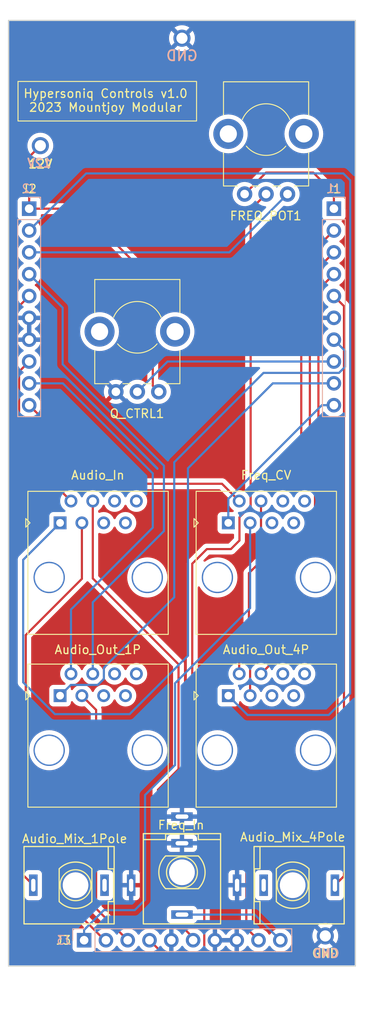
<source format=kicad_pcb>
(kicad_pcb (version 20221018) (generator pcbnew)
  (layers (0 "F.Cu" signal) (31 "B.Cu" signal) (34 "B.Paste" user) (35 "F.Paste" user) (36 "B.SilkS" user "B.Silkscreen") (37 "F.SilkS" user "F.Silkscreen") (38 "B.Mask" user) (39 "F.Mask" user) (44 "Edge.Cuts" user))
  (net 0 "")
  (net 1 "GND")
  (net 2 "/FREQ_POT")
  (net 3 "/FREQ_POT_VH")
  (net 4 "/FREQ_POT_VL")
  (net 5 "/4POLE_OUT2")
  (net 6 "/4POLE_OUT3")
  (net 7 "/4POLE_OUT4")
  (net 8 "/AUDIO_IN1")
  (net 9 "/AUDIO_MIX_4POLE")
  (net 10 "/1POLE_OUT1")
  (net 11 "/FREQ_CV1")
  (net 12 "/FREQ_JACK")
  (net 13 "/4POLE_OUT1")
  (net 14 "/AUDIO_IN2")
  (net 15 "/1POLE_OUT4")
  (net 16 "/AUDIO_MIX_1POLE")
  (net 17 "/Q_POT")
  (net 18 "/AUDIO_IN4")
  (net 19 "/1POLE_OUT2")
  (net 20 "/FREQ_CV2")
  (net 21 "/AUDIO_IN3")
  (net 22 "/FREQ_CV3")
  (net 40 "+12V")
  (net 41 "/1POLE_OUT3")
  (net 42 "/FREQ_CV4")
  (footprint "Custom_Footprints:1.3mm_Test_Point" (layer "F.Cu") (at 70.2 42.97)
    (fp_text reference "TP3" hide)
    (fp_text value "TestPoint")
    (pad "1" thru_hole circle (at 0 0) (size 2 2) (drill 1.3) (layers "*.Cu" "*.Mask") (net 1 "GND"))
  )
  (footprint "Custom_Footprints:THONKICONN_hole" (layer "F.Cu") (at 70.2 140 180)
    (fp_text reference "J11" hide)
    (fp_text value "Freq_In" (at 0.1 5.5 180) (layer "F.SilkS"))
    (fp_line (start -4.5 -6) (end -4.5 4.5) (stroke (width 0.15)) (layer "F.SilkS"))
    (fp_line (start -4.5 -6) (end 4.5 -6) (stroke (width 0.15)) (layer "F.SilkS"))
    (fp_line (start -4.5 4.5) (end 4.5 4.5) (stroke (width 0.15)) (layer "F.SilkS"))
    (fp_line (start -4.445 3.81) (end -1.905 3.81) (stroke (width 0.15)) (layer "F.SilkS"))
    (fp_line (start -1.905 -1.905) (end 1.905 -1.905) (stroke (width 0.15)) (layer "F.SilkS"))
    (fp_line (start -1.905 3.81) (end -1.905 4.445) (stroke (width 0.15)) (layer "F.SilkS"))
    (fp_line (start -1.905 4.445) (end 1.905 4.445) (stroke (width 0.15)) (layer "F.SilkS"))
    (fp_line (start 1.905 1.905) (end -1.905 1.905) (stroke (width 0.15)) (layer "F.SilkS"))
    (fp_line (start 1.905 3.81) (end 4.445 3.81) (stroke (width 0.15)) (layer "F.SilkS"))
    (fp_line (start 1.905 4.445) (end 1.905 3.81) (stroke (width 0.15)) (layer "F.SilkS"))
    (fp_line (start 4.5 -6) (end 4.5 4.5) (stroke (width 0.15)) (layer "F.SilkS"))
    (fp_arc (start -1.905 1.905) (mid -2.694077 0) (end -1.905 -1.905) (stroke (width 0.15)) (layer "F.SilkS"))
    (fp_arc (start 1.905 -1.905) (mid 2.694077 0) (end 1.905 1.905) (stroke (width 0.15)) (layer "F.SilkS"))
    (fp_circle (center 0 0) (end 1.27 1.27) (stroke (width 0.15)) (fill none) (layer "F.SilkS"))
    (pad "" np_thru_hole circle (at 0 0 180) (size 2.5 2.5) (drill 2.5) (layers "*.Cu" "*.Mask"))
    (pad "1" thru_hole rect (at 0 6.48 180) (size 2.5 1) (drill oval 1.5 0.5) (layers "*.Cu" "*.Mask") (net 1 "GND"))
    (pad "2" thru_hole rect (at 0 3.38 180) (size 2.5 1) (drill oval 1.5 0.5) (layers "*.Cu" "*.Mask") (net 1 "GND"))
    (pad "3" thru_hole rect (at 0 -4.92 180) (size 2.5 1) (drill oval 1.5 0.5) (layers "*.Cu" "*.Mask") (net 12 "/FREQ_JACK"))
  )
  (footprint "Custom_Footprints:Alpha_9mm_Potentiometer_Aligned" (layer "F.Cu") (at 65 76.6)
    (fp_text reference "Q_CTRL1" (at -0.04 10.04) (layer "F.SilkS"))
    (fp_text value "10k")
    (fp_line (start -4.961 -5.56) (end 4.96 -5.56) (stroke (width 0.12)) (layer "F.SilkS"))
    (fp_line (start -4.961 -1.695) (end -4.961 -5.56) (stroke (width 0.12)) (layer "F.SilkS"))
    (fp_line (start -4.961 6.56) (end -4.961 2.694) (stroke (width 0.12)) (layer "F.SilkS"))
    (fp_line (start -4.961 6.56) (end -3.325 6.56) (stroke (width 0.12)) (layer "F.SilkS"))
    (fp_line (start -1.675 6.56) (end -0.825 6.56) (stroke (width 0.12)) (layer "F.SilkS"))
    (fp_line (start 0.825 6.56) (end 1.675 6.56) (stroke (width 0.12)) (layer "F.SilkS"))
    (fp_line (start 3.325 6.56) (end 4.96 6.56) (stroke (width 0.12)) (layer "F.SilkS"))
    (fp_line (start 4.96 -1.695) (end 4.96 -5.56) (stroke (width 0.12)) (layer "F.SilkS"))
    (fp_line (start 4.96 6.56) (end 4.96 2.694) (stroke (width 0.12)) (layer "F.SilkS"))
    (fp_arc (start -2.762432 -1.171982) (mid -0.000553 -3.000762) (end 2.762 -1.173) (stroke (width 0.12)) (layer "F.SilkS"))
    (fp_arc (start 2.297753 1.928295) (mid -0.000192 2.999665) (end -2.298 1.928) (stroke (width 0.12)) (layer "F.SilkS"))
    (pad "" np_thru_hole circle (at -4.4 0.5 90) (size 3.5 3.5) (drill 2) (layers "F&B.Cu" "*.Mask"))
    (pad "" np_thru_hole circle (at 4.4 0.5 90) (size 3.5 3.5) (drill 2) (layers "F&B.Cu" "*.Mask"))
    (pad "1" thru_hole circle (at 2.5 7.5 90) (size 1.8 1.8) (drill 1) (layers "*.Cu" "*.Mask") (net 40 "+12V"))
    (pad "2" thru_hole circle (at 0 7.5 90) (size 1.8 1.8) (drill 1) (layers "*.Cu" "*.Mask") (net 17 "/Q_POT"))
    (pad "3" thru_hole circle (at -2.5 7.5 90) (size 1.8 1.8) (drill 1) (layers "*.Cu" "*.Mask") (net 1 "GND"))
  )
  (footprint "Custom_Footprints:1.3mm_Test_Point" (layer "F.Cu") (at 86.9 147.4)
    (fp_text reference "TP4" hide)
    (fp_text value "TestPoint")
    (pad "1" thru_hole circle (at 0 0) (size 2 2) (drill 1.3) (layers "*.Cu" "*.Mask") (net 1 "GND"))
  )
  (footprint "Custom_Footprints:THONKICONN_hole" (layer "F.Cu") (at 83.1 141.5 -90)
    (fp_text reference "J12" hide)
    (fp_text value "Audio_Mix_4Pole" (at -5.6 0) (layer "F.SilkS"))
    (fp_line (start -4.5 -6) (end -4.5 4.5) (stroke (width 0.15)) (layer "F.SilkS"))
    (fp_line (start -4.5 -6) (end 4.5 -6) (stroke (width 0.15)) (layer "F.SilkS"))
    (fp_line (start -4.5 4.5) (end 4.5 4.5) (stroke (width 0.15)) (layer "F.SilkS"))
    (fp_line (start -4.445 3.81) (end -1.905 3.81) (stroke (width 0.15)) (layer "F.SilkS"))
    (fp_line (start -1.905 -1.905) (end 1.905 -1.905) (stroke (width 0.15)) (layer "F.SilkS"))
    (fp_line (start -1.905 3.81) (end -1.905 4.445) (stroke (width 0.15)) (layer "F.SilkS"))
    (fp_line (start -1.905 4.445) (end 1.905 4.445) (stroke (width 0.15)) (layer "F.SilkS"))
    (fp_line (start 1.905 1.905) (end -1.905 1.905) (stroke (width 0.15)) (layer "F.SilkS"))
    (fp_line (start 1.905 3.81) (end 4.445 3.81) (stroke (width 0.15)) (layer "F.SilkS"))
    (fp_line (start 1.905 4.445) (end 1.905 3.81) (stroke (width 0.15)) (layer "F.SilkS"))
    (fp_line (start 4.5 -6) (end 4.5 4.5) (stroke (width 0.15)) (layer "F.SilkS"))
    (fp_arc (start -1.905 1.905) (mid -2.694077 0) (end -1.905 -1.905) (stroke (width 0.15)) (layer "F.SilkS"))
    (fp_arc (start 1.905 -1.905) (mid 2.694077 0) (end 1.905 1.905) (stroke (width 0.15)) (layer "F.SilkS"))
    (fp_circle (center 0 0) (end 1.27 1.27) (stroke (width 0.15)) (fill none) (layer "F.SilkS"))
    (pad "" np_thru_hole circle (at 0 0 270) (size 2.5 2.5) (drill 2.5) (layers "*.Cu" "*.Mask"))
    (pad "1" thru_hole rect (at 0 6.48 270) (size 2.5 1) (drill oval 1.5 0.5) (layers "*.Cu" "*.Mask") (net 1 "GND"))
    (pad "2" thru_hole rect (at 0 3.38 270) (size 2.5 1) (drill oval 1.5 0.5) (layers "*.Cu" "*.Mask"))
    (pad "3" thru_hole rect (at 0 -4.92 270) (size 2.5 1) (drill oval 1.5 0.5) (layers "*.Cu" "*.Mask") (net 9 "/AUDIO_MIX_4POLE"))
  )
  (footprint "Custom_Footprints:THONKICONN_hole" (layer "F.Cu") (at 57.8 141.5 90)
    (fp_text reference "J6" hide)
    (fp_text value "Audio_Mix_1Pole" (at 5.4 -0.1) (layer "F.SilkS"))
    (fp_line (start -4.5 -6) (end -4.5 4.5) (stroke (width 0.15)) (layer "F.SilkS"))
    (fp_line (start -4.5 -6) (end 4.5 -6) (stroke (width 0.15)) (layer "F.SilkS"))
    (fp_line (start -4.5 4.5) (end 4.5 4.5) (stroke (width 0.15)) (layer "F.SilkS"))
    (fp_line (start -4.445 3.81) (end -1.905 3.81) (stroke (width 0.15)) (layer "F.SilkS"))
    (fp_line (start -1.905 -1.905) (end 1.905 -1.905) (stroke (width 0.15)) (layer "F.SilkS"))
    (fp_line (start -1.905 3.81) (end -1.905 4.445) (stroke (width 0.15)) (layer "F.SilkS"))
    (fp_line (start -1.905 4.445) (end 1.905 4.445) (stroke (width 0.15)) (layer "F.SilkS"))
    (fp_line (start 1.905 1.905) (end -1.905 1.905) (stroke (width 0.15)) (layer "F.SilkS"))
    (fp_line (start 1.905 3.81) (end 4.445 3.81) (stroke (width 0.15)) (layer "F.SilkS"))
    (fp_line (start 1.905 4.445) (end 1.905 3.81) (stroke (width 0.15)) (layer "F.SilkS"))
    (fp_line (start 4.5 -6) (end 4.5 4.5) (stroke (width 0.15)) (layer "F.SilkS"))
    (fp_arc (start -1.905 1.905) (mid -2.694077 0) (end -1.905 -1.905) (stroke (width 0.15)) (layer "F.SilkS"))
    (fp_arc (start 1.905 -1.905) (mid 2.694077 0) (end 1.905 1.905) (stroke (width 0.15)) (layer "F.SilkS"))
    (fp_circle (center 0 0) (end 1.27 1.27) (stroke (width 0.15)) (fill none) (layer "F.SilkS"))
    (pad "" np_thru_hole circle (at 0 0 90) (size 2.5 2.5) (drill 2.5) (layers "*.Cu" "*.Mask"))
    (pad "1" thru_hole rect (at 0 6.48 90) (size 2.5 1) (drill oval 1.5 0.5) (layers "*.Cu" "*.Mask") (net 1 "GND"))
    (pad "2" thru_hole rect (at 0 3.38 90) (size 2.5 1) (drill oval 1.5 0.5) (layers "*.Cu" "*.Mask"))
    (pad "3" thru_hole rect (at 0 -4.92 90) (size 2.5 1) (drill oval 1.5 0.5) (layers "*.Cu" "*.Mask") (net 16 "/AUDIO_MIX_1POLE"))
  )
  (footprint "Custom_Footprints:RJ45_Molex_42878-8506" (layer "F.Cu") (at 60.4 104)
    (fp_text reference "J4" hide)
    (fp_text value "Audio_In" (at 0 -10.2) (layer "F.SilkS"))
    (fp_line (start -8.4 -5.15) (end -8.4 -4.15) (stroke (width 0.12)) (layer "F.SilkS"))
    (fp_line (start -8.4 -4.15) (end -7.9 -4.65) (stroke (width 0.12)) (layer "F.SilkS"))
    (fp_line (start -8.15 -8.32) (end -8.15 8.32) (stroke (width 0.12)) (layer "F.SilkS"))
    (fp_line (start -7.9 -4.65) (end -8.4 -5.15) (stroke (width 0.12)) (layer "F.SilkS"))
    (fp_line (start 8.2 -8.32) (end -8.15 -8.32) (stroke (width 0.12)) (layer "F.SilkS"))
    (fp_line (start 8.2 -8.32) (end 8.2 8.32) (stroke (width 0.12)) (layer "F.SilkS"))
    (fp_line (start 8.2 8.32) (end -8.15 8.32) (stroke (width 0.12)) (layer "F.SilkS"))
    (pad "" np_thru_hole circle (at -5.67 1.7) (size 3.65 3.65) (drill 3.33) (layers "F&B.Cu" "*.Mask"))
    (pad "" np_thru_hole circle (at 5.76 1.7) (size 3.65 3.65) (drill 3.33) (layers "F&B.Cu" "*.Mask"))
    (pad "1" thru_hole rect (at -4.4 -4.65) (size 1.5 1.5) (drill 0.9) (layers "*.Cu" "*.Mask") (net 8 "/AUDIO_IN1"))
    (pad "2" thru_hole circle (at -3.13 -7.19) (size 1.5 1.5) (drill 0.9) (layers "*.Cu" "*.Mask") (net 14 "/AUDIO_IN2"))
    (pad "3" thru_hole circle (at -1.86 -4.65) (size 1.5 1.5) (drill 0.9) (layers "*.Cu" "*.Mask") (net 21 "/AUDIO_IN3"))
    (pad "4" thru_hole circle (at -0.59 -7.19) (size 1.5 1.5) (drill 0.9) (layers "*.Cu" "*.Mask") (net 18 "/AUDIO_IN4"))
    (pad "5" thru_hole circle (at 0.68 -4.65) (size 1.5 1.5) (drill 0.9) (layers "*.Cu" "*.Mask"))
    (pad "6" thru_hole circle (at 1.95 -7.19) (size 1.5 1.5) (drill 0.9) (layers "*.Cu" "*.Mask"))
    (pad "7" thru_hole circle (at 3.22 -4.65) (size 1.5 1.5) (drill 0.9) (layers "*.Cu" "*.Mask"))
    (pad "8" thru_hole circle (at 4.49 -7.19) (size 1.5 1.5) (drill 0.9) (layers "*.Cu" "*.Mask"))
  )
  (footprint "Custom_Footprints:1.3mm_Test_Point" (layer "F.Cu") (at 53.7 55.47)
    (fp_text reference "TP1" hide)
    (fp_text value "TestPoint")
    (pad "1" thru_hole circle (at 0 0) (size 2 2) (drill 1.3) (layers "*.Cu" "*.Mask") (net 40 "+12V"))
  )
  (footprint "Custom_Footprints:RJ45_Molex_42878-8506" (layer "F.Cu") (at 60.4 124.1)
    (fp_text reference "J5" hide)
    (fp_text value "Audio_Out_1P" (at 0 -10) (layer "F.SilkS"))
    (fp_line (start -8.4 -5.15) (end -8.4 -4.15) (stroke (width 0.12)) (layer "F.SilkS"))
    (fp_line (start -8.4 -4.15) (end -7.9 -4.65) (stroke (width 0.12)) (layer "F.SilkS"))
    (fp_line (start -8.15 -8.32) (end -8.15 8.32) (stroke (width 0.12)) (layer "F.SilkS"))
    (fp_line (start -7.9 -4.65) (end -8.4 -5.15) (stroke (width 0.12)) (layer "F.SilkS"))
    (fp_line (start 8.2 -8.32) (end -8.15 -8.32) (stroke (width 0.12)) (layer "F.SilkS"))
    (fp_line (start 8.2 -8.32) (end 8.2 8.32) (stroke (width 0.12)) (layer "F.SilkS"))
    (fp_line (start 8.2 8.32) (end -8.15 8.32) (stroke (width 0.12)) (layer "F.SilkS"))
    (pad "" np_thru_hole circle (at -5.67 1.7) (size 3.65 3.65) (drill 3.33) (layers "F&B.Cu" "*.Mask"))
    (pad "" np_thru_hole circle (at 5.76 1.7) (size 3.65 3.65) (drill 3.33) (layers "F&B.Cu" "*.Mask"))
    (pad "1" thru_hole rect (at -4.4 -4.65) (size 1.5 1.5) (drill 0.9) (layers "*.Cu" "*.Mask") (net 10 "/1POLE_OUT1"))
    (pad "2" thru_hole circle (at -3.13 -7.19) (size 1.5 1.5) (drill 0.9) (layers "*.Cu" "*.Mask") (net 19 "/1POLE_OUT2"))
    (pad "3" thru_hole circle (at -1.86 -4.65) (size 1.5 1.5) (drill 0.9) (layers "*.Cu" "*.Mask") (net 41 "/1POLE_OUT3"))
    (pad "4" thru_hole circle (at -0.59 -7.19) (size 1.5 1.5) (drill 0.9) (layers "*.Cu" "*.Mask") (net 15 "/1POLE_OUT4"))
    (pad "5" thru_hole circle (at 0.68 -4.65) (size 1.5 1.5) (drill 0.9) (layers "*.Cu" "*.Mask"))
    (pad "6" thru_hole circle (at 1.95 -7.19) (size 1.5 1.5) (drill 0.9) (layers "*.Cu" "*.Mask"))
    (pad "7" thru_hole circle (at 3.22 -4.65) (size 1.5 1.5) (drill 0.9) (layers "*.Cu" "*.Mask"))
    (pad "8" thru_hole circle (at 4.49 -7.19) (size 1.5 1.5) (drill 0.9) (layers "*.Cu" "*.Mask"))
  )
  (footprint "Custom_Footprints:RJ45_Molex_42878-8506" (layer "F.Cu") (at 80 124.1)
    (fp_text reference "J8" hide)
    (fp_text value "Audio_Out_4P" (at 0 -10) (layer "F.SilkS"))
    (fp_line (start -8.4 -5.15) (end -8.4 -4.15) (stroke (width 0.12)) (layer "F.SilkS"))
    (fp_line (start -8.4 -4.15) (end -7.9 -4.65) (stroke (width 0.12)) (layer "F.SilkS"))
    (fp_line (start -8.15 -8.32) (end -8.15 8.32) (stroke (width 0.12)) (layer "F.SilkS"))
    (fp_line (start -7.9 -4.65) (end -8.4 -5.15) (stroke (width 0.12)) (layer "F.SilkS"))
    (fp_line (start 8.2 -8.32) (end -8.15 -8.32) (stroke (width 0.12)) (layer "F.SilkS"))
    (fp_line (start 8.2 -8.32) (end 8.2 8.32) (stroke (width 0.12)) (layer "F.SilkS"))
    (fp_line (start 8.2 8.32) (end -8.15 8.32) (stroke (width 0.12)) (layer "F.SilkS"))
    (pad "" np_thru_hole circle (at -5.67 1.7) (size 3.65 3.65) (drill 3.33) (layers "F&B.Cu" "*.Mask"))
    (pad "" np_thru_hole circle (at 5.76 1.7) (size 3.65 3.65) (drill 3.33) (layers "F&B.Cu" "*.Mask"))
    (pad "1" thru_hole rect (at -4.4 -4.65) (size 1.5 1.5) (drill 0.9) (layers "*.Cu" "*.Mask") (net 13 "/4POLE_OUT1"))
    (pad "2" thru_hole circle (at -3.13 -7.19) (size 1.5 1.5) (drill 0.9) (layers "*.Cu" "*.Mask") (net 5 "/4POLE_OUT2"))
    (pad "3" thru_hole circle (at -1.86 -4.65) (size 1.5 1.5) (drill 0.9) (layers "*.Cu" "*.Mask") (net 6 "/4POLE_OUT3"))
    (pad "4" thru_hole circle (at -0.59 -7.19) (size 1.5 1.5) (drill 0.9) (layers "*.Cu" "*.Mask") (net 7 "/4POLE_OUT4"))
    (pad "5" thru_hole circle (at 0.68 -4.65) (size 1.5 1.5) (drill 0.9) (layers "*.Cu" "*.Mask"))
    (pad "6" thru_hole circle (at 1.95 -7.19) (size 1.5 1.5) (drill 0.9) (layers "*.Cu" "*.Mask"))
    (pad "7" thru_hole circle (at 3.22 -4.65) (size 1.5 1.5) (drill 0.9) (layers "*.Cu" "*.Mask"))
    (pad "8" thru_hole circle (at 4.49 -7.19) (size 1.5 1.5) (drill 0.9) (layers "*.Cu" "*.Mask"))
  )
  (footprint "Custom_Footprints:RJ45_Molex_42878-8506" (layer "F.Cu") (at 80 104)
    (fp_text reference "J7" hide)
    (fp_text value "Freq_CV" (at 0 -10.2) (layer "F.SilkS"))
    (fp_line (start -8.4 -5.15) (end -8.4 -4.15) (stroke (width 0.12)) (layer "F.SilkS"))
    (fp_line (start -8.4 -4.15) (end -7.9 -4.65) (stroke (width 0.12)) (layer "F.SilkS"))
    (fp_line (start -8.15 -8.32) (end -8.15 8.32) (stroke (width 0.12)) (layer "F.SilkS"))
    (fp_line (start -7.9 -4.65) (end -8.4 -5.15) (stroke (width 0.12)) (layer "F.SilkS"))
    (fp_line (start 8.2 -8.32) (end -8.15 -8.32) (stroke (width 0.12)) (layer "F.SilkS"))
    (fp_line (start 8.2 -8.32) (end 8.2 8.32) (stroke (width 0.12)) (layer "F.SilkS"))
    (fp_line (start 8.2 8.32) (end -8.15 8.32) (stroke (width 0.12)) (layer "F.SilkS"))
    (pad "" np_thru_hole circle (at -5.67 1.7) (size 3.65 3.65) (drill 3.33) (layers "F&B.Cu" "*.Mask"))
    (pad "" np_thru_hole circle (at 5.76 1.7) (size 3.65 3.65) (drill 3.33) (layers "F&B.Cu" "*.Mask"))
    (pad "1" thru_hole rect (at -4.4 -4.65) (size 1.5 1.5) (drill 0.9) (layers "*.Cu" "*.Mask") (net 11 "/FREQ_CV1"))
    (pad "2" thru_hole circle (at -3.13 -7.19) (size 1.5 1.5) (drill 0.9) (layers "*.Cu" "*.Mask") (net 20 "/FREQ_CV2"))
    (pad "3" thru_hole circle (at -1.86 -4.65) (size 1.5 1.5) (drill 0.9) (layers "*.Cu" "*.Mask") (net 22 "/FREQ_CV3"))
    (pad "4" thru_hole circle (at -0.59 -7.19) (size 1.5 1.5) (drill 0.9) (layers "*.Cu" "*.Mask") (net 42 "/FREQ_CV4"))
    (pad "5" thru_hole circle (at 0.68 -4.65) (size 1.5 1.5) (drill 0.9) (layers "*.Cu" "*.Mask"))
    (pad "6" thru_hole circle (at 1.95 -7.19) (size 1.5 1.5) (drill 0.9) (layers "*.Cu" "*.Mask"))
    (pad "7" thru_hole circle (at 3.22 -4.65) (size 1.5 1.5) (drill 0.9) (layers "*.Cu" "*.Mask"))
    (pad "8" thru_hole circle (at 4.49 -7.19) (size 1.5 1.5) (drill 0.9) (layers "*.Cu" "*.Mask"))
  )
  (footprint "Custom_Footprints:Alpha_9mm_Potentiometer_Aligned" (layer "F.Cu") (at 80 53.6)
    (fp_text reference "FREQ_POT1" (at -0.04 10.04) (layer "F.SilkS"))
    (fp_text value "10k")
    (fp_line (start -4.961 -5.56) (end 4.96 -5.56) (stroke (width 0.12)) (layer "F.SilkS"))
    (fp_line (start -4.961 -1.695) (end -4.961 -5.56) (stroke (width 0.12)) (layer "F.SilkS"))
    (fp_line (start -4.961 6.56) (end -4.961 2.694) (stroke (width 0.12)) (layer "F.SilkS"))
    (fp_line (start -4.961 6.56) (end -3.325 6.56) (stroke (width 0.12)) (layer "F.SilkS"))
    (fp_line (start -1.675 6.56) (end -0.825 6.56) (stroke (width 0.12)) (layer "F.SilkS"))
    (fp_line (start 0.825 6.56) (end 1.675 6.56) (stroke (width 0.12)) (layer "F.SilkS"))
    (fp_line (start 3.325 6.56) (end 4.96 6.56) (stroke (width 0.12)) (layer "F.SilkS"))
    (fp_line (start 4.96 -1.695) (end 4.96 -5.56) (stroke (width 0.12)) (layer "F.SilkS"))
    (fp_line (start 4.96 6.56) (end 4.96 2.694) (stroke (width 0.12)) (layer "F.SilkS"))
    (fp_arc (start -2.762432 -1.171982) (mid -0.000553 -3.000762) (end 2.762 -1.173) (stroke (width 0.12)) (layer "F.SilkS"))
    (fp_arc (start 2.297753 1.928295) (mid -0.000192 2.999665) (end -2.298 1.928) (stroke (width 0.12)) (layer "F.SilkS"))
    (pad "" np_thru_hole circle (at -4.4 0.5 90) (size 3.5 3.5) (drill 2) (layers "F&B.Cu" "*.Mask"))
    (pad "" np_thru_hole circle (at 4.4 0.5 90) (size 3.5 3.5) (drill 2) (layers "F&B.Cu" "*.Mask"))
    (pad "1" thru_hole circle (at 2.5 7.5 90) (size 1.8 1.8) (drill 1) (layers "*.Cu" "*.Mask") (net 3 "/FREQ_POT_VH"))
    (pad "2" thru_hole circle (at 0 7.5 90) (size 1.8 1.8) (drill 1) (layers "*.Cu" "*.Mask") (net 2 "/FREQ_POT"))
    (pad "3" thru_hole circle (at -2.5 7.5 90) (size 1.8 1.8) (drill 1) (layers "*.Cu" "*.Mask") (net 4 "/FREQ_POT_VL"))
  )
  (footprint "Connector_PinHeader_2.54mm:PinHeader_1x10_P2.54mm_Vertical" (layer "B.Cu") (at 58.8 147.9 -90)
    (fp_text reference "J3" (at 0 2.33 180) (layer "B.SilkS") (effects (justify mirror)))
    (fp_text value "Conn_01x10_Pin")
    (fp_line (start -1.33 -24.19) (end 1.33 -24.19) (stroke (width 0.12)) (layer "B.SilkS"))
    (fp_line (start -1.33 -1.27) (end -1.33 -24.19) (stroke (width 0.12)) (layer "B.SilkS"))
    (fp_line (start -1.33 -1.27) (end 1.33 -1.27) (stroke (width 0.12)) (layer "B.SilkS"))
    (fp_line (start -1.33 0) (end -1.33 1.33) (stroke (width 0.12)) (layer "B.SilkS"))
    (fp_line (start -1.33 1.33) (end 0 1.33) (stroke (width 0.12)) (layer "B.SilkS"))
    (fp_line (start 1.33 -1.27) (end 1.33 -24.19) (stroke (width 0.12)) (layer "B.SilkS"))
    (pad "1" thru_hole rect (at 0 0 270) (size 1.7 1.7) (drill 1) (layers "*.Cu" "*.Mask") (net 22 "/FREQ_CV3"))
    (pad "2" thru_hole oval (at 0 -2.54 270) (size 1.7 1.7) (drill 1) (layers "*.Cu" "*.Mask") (net 21 "/AUDIO_IN3"))
    (pad "3" thru_hole oval (at 0 -5.08 270) (size 1.7 1.7) (drill 1) (layers "*.Cu" "*.Mask") (net 41 "/1POLE_OUT3"))
    (pad "4" thru_hole oval (at 0 -7.62 270) (size 1.7 1.7) (drill 1) (layers "*.Cu" "*.Mask") (net 2 "/FREQ_POT"))
    (pad "5" thru_hole oval (at 0 -10.16 270) (size 1.7 1.7) (drill 1) (layers "*.Cu" "*.Mask") (net 1 "GND"))
    (pad "6" thru_hole oval (at 0 -12.7 270) (size 1.7 1.7) (drill 1) (layers "*.Cu" "*.Mask") (net 18 "/AUDIO_IN4"))
    (pad "7" thru_hole oval (at 0 -15.24 270) (size 1.7 1.7) (drill 1) (layers "*.Cu" "*.Mask") (net 1 "GND"))
    (pad "8" thru_hole oval (at 0 -17.78 270) (size 1.7 1.7) (drill 1) (layers "*.Cu" "*.Mask") (net 1 "GND"))
    (pad "9" thru_hole oval (at 0 -20.32 270) (size 1.7 1.7) (drill 1) (layers "*.Cu" "*.Mask") (net 42 "/FREQ_CV4"))
    (pad "10" thru_hole oval (at 0 -22.86 270) (size 1.7 1.7) (drill 1) (layers "*.Cu" "*.Mask") (net 12 "/FREQ_JACK"))
  )
  (footprint "Connector_PinHeader_2.54mm:PinHeader_1x10_P2.54mm_Vertical" (layer "B.Cu") (at 87.9 62.8 180)
    (fp_text reference "J1" (at 0 2.33) (layer "B.SilkS") (effects (justify mirror)))
    (fp_text value "Conn_01x10_Pin" hide)
    (fp_line (start -1.33 -24.19) (end 1.33 -24.19) (stroke (width 0.12)) (layer "B.SilkS"))
    (fp_line (start -1.33 -1.27) (end -1.33 -24.19) (stroke (width 0.12)) (layer "B.SilkS"))
    (fp_line (start -1.33 -1.27) (end 1.33 -1.27) (stroke (width 0.12)) (layer "B.SilkS"))
    (fp_line (start -1.33 0) (end -1.33 1.33) (stroke (width 0.12)) (layer "B.SilkS"))
    (fp_line (start -1.33 1.33) (end 0 1.33) (stroke (width 0.12)) (layer "B.SilkS"))
    (fp_line (start 1.33 -1.27) (end 1.33 -24.19) (stroke (width 0.12)) (layer "B.SilkS"))
    (pad "1" thru_hole rect locked (at 0 0 180) (size 1.7 1.7) (drill 1) (layers "*.Cu" "*.Mask") (net 4 "/FREQ_POT_VL"))
    (pad "2" thru_hole oval locked (at 0 -2.54 180) (size 1.7 1.7) (drill 1) (layers "*.Cu" "*.Mask") (net 5 "/4POLE_OUT2"))
    (pad "3" thru_hole oval locked (at 0 -5.08 180) (size 1.7 1.7) (drill 1) (layers "*.Cu" "*.Mask") (net 6 "/4POLE_OUT3"))
    (pad "4" thru_hole oval locked (at 0 -7.62 180) (size 1.7 1.7) (drill 1) (layers "*.Cu" "*.Mask") (net 7 "/4POLE_OUT4"))
    (pad "5" thru_hole oval locked (at 0 -10.16 180) (size 1.7 1.7) (drill 1) (layers "*.Cu" "*.Mask") (net 9 "/AUDIO_MIX_4POLE"))
    (pad "6" thru_hole oval locked (at 0 -12.7 180) (size 1.7 1.7) (drill 1) (layers "*.Cu" "*.Mask") (net 1 "GND"))
    (pad "7" thru_hole oval locked (at 0 -15.24 180) (size 1.7 1.7) (drill 1) (layers "*.Cu" "*.Mask") (net 10 "/1POLE_OUT1"))
    (pad "8" thru_hole oval locked (at 0 -17.78 180) (size 1.7 1.7) (drill 1) (layers "*.Cu" "*.Mask") (net 17 "/Q_POT"))
    (pad "9" thru_hole oval locked (at 0 -20.32 180) (size 1.7 1.7) (drill 1) (layers "*.Cu" "*.Mask") (net 8 "/AUDIO_IN1"))
    (pad "10" thru_hole oval locked (at 0 -22.86 180) (size 1.7 1.7) (drill 1) (layers "*.Cu" "*.Mask") (net 11 "/FREQ_CV1"))
  )
  (footprint "Connector_PinHeader_2.54mm:PinHeader_1x10_P2.54mm_Vertical" (layer "B.Cu") (at 52.4 62.8 180)
    (fp_text reference "J2" (at 0 2.33) (layer "B.SilkS") (effects (justify mirror)))
    (fp_text value "Conn_01x10_Pin" hide)
    (fp_line (start -1.33 -24.19) (end 1.33 -24.19) (stroke (width 0.12)) (layer "B.SilkS"))
    (fp_line (start -1.33 -1.27) (end -1.33 -24.19) (stroke (width 0.12)) (layer "B.SilkS"))
    (fp_line (start -1.33 -1.27) (end 1.33 -1.27) (stroke (width 0.12)) (layer "B.SilkS"))
    (fp_line (start -1.33 0) (end -1.33 1.33) (stroke (width 0.12)) (layer "B.SilkS"))
    (fp_line (start -1.33 1.33) (end 0 1.33) (stroke (width 0.12)) (layer "B.SilkS"))
    (fp_line (start 1.33 -1.27) (end 1.33 -24.19) (stroke (width 0.12)) (layer "B.SilkS"))
    (pad "1" thru_hole rect locked (at 0 0 180) (size 1.7 1.7) (drill 1) (layers "*.Cu" "*.Mask") (net 40 "+12V"))
    (pad "2" thru_hole oval locked (at 0 -2.54 180) (size 1.7 1.7) (drill 1) (layers "*.Cu" "*.Mask") (net 13 "/4POLE_OUT1"))
    (pad "3" thru_hole oval locked (at 0 -5.08 180) (size 1.7 1.7) (drill 1) (layers "*.Cu" "*.Mask") (net 3 "/FREQ_POT_VH"))
    (pad "4" thru_hole oval locked (at 0 -7.62 180) (size 1.7 1.7) (drill 1) (layers "*.Cu" "*.Mask") (net 15 "/1POLE_OUT4"))
    (pad "5" thru_hole oval locked (at 0 -10.16 180) (size 1.7 1.7) (drill 1) (layers "*.Cu" "*.Mask") (net 16 "/AUDIO_MIX_1POLE"))
    (pad "6" thru_hole oval locked (at 0 -12.7 180) (size 1.7 1.7) (drill 1) (layers "*.Cu" "*.Mask") (net 1 "GND"))
    (pad "7" thru_hole oval locked (at 0 -15.24 180) (size 1.7 1.7) (drill 1) (layers "*.Cu" "*.Mask") (net 1 "GND"))
    (pad "8" thru_hole oval locked (at 0 -17.78 180) (size 1.7 1.7) (drill 1) (layers "*.Cu" "*.Mask") (net 14 "/AUDIO_IN2"))
    (pad "9" thru_hole oval locked (at 0 -20.32 180) (size 1.7 1.7) (drill 1) (layers "*.Cu" "*.Mask") (net 19 "/1POLE_OUT2"))
    (pad "10" thru_hole oval locked (at 0 -22.86 180) (size 1.7 1.7) (drill 1) (layers "*.Cu" "*.Mask") (net 20 "/FREQ_CV2"))
  )
  (gr_rect (start 51.1 48) (end 71.9 52.6) (stroke (width 0.12)) (fill none) (layer "F.SilkS"))
  (gr_line (start 50 40.9) (end 50 150.9) (stroke (width 0.15)) (layer "Edge.Cuts"))
  (gr_line (start 50 40.9) (end 90.4 40.9) (stroke (width 0.15)) (layer "Edge.Cuts"))
  (gr_line (start 50 150.9) (end 90.4 150.9) (stroke (width 0.15)) (layer "Edge.Cuts"))
  (gr_line (start 90.4 40.9) (end 90.4 150.9) (stroke (width 0.15)) (layer "Edge.Cuts"))
  (gr_text "GND" (at 70.2 45) (layer "B.SilkS") (effects (font (size 1.2 1.2) (thickness 0.2)) (justify mirror)))
  (gr_text "GND" (at 87 149.43) (layer "B.SilkS") (effects (font (size 1 1) (thickness 0.2)) (justify mirror)))
  (gr_text "12V" (at 53.580952 57.5) (layer "B.SilkS") (effects (font (size 1 1) (thickness 0.2)) (justify mirror)))
  (gr_text "J3" (at 56.4 147.9) (layer "F.SilkS") (effects (font (size 1 1))))
  (gr_text "Hypersoniq Controls v1.0\n2023 Mountjoy Modular" (at 61.3 51.6) (layer "F.SilkS") (effects (font (size 1 1)) (justify bottom)))
  (gr_text "J2" (at 52.4 60.5) (layer "F.SilkS") (effects (font (size 1 1))))
  (gr_text "GND" (at 86.9 149.43) (layer "F.SilkS") (effects (font (size 1 1) (thickness 0.2))))
  (gr_text "12V" (at 53.7 57.6) (layer "F.SilkS") (effects (font (size 1 1) (thickness 0.2))))
  (gr_text "J1" (at 87.9 60.5) (layer "F.SilkS") (effects (font (size 1 1))))
  (segment (start 72.8 129.2) (end 72.8 148.7) (width 0.25) (layer "F.Cu") (net 2))
  (segment (start 71.4 104.1) (end 71.4 127.8) (width 0.25) (layer "F.Cu") (net 2))
  (segment (start 75.9 102.4) (end 73.1 102.4) (width 0.25) (layer "F.Cu") (net 2))
  (segment (start 76.9 101.4) (end 75.9 102.4) (width 0.25) (layer "F.Cu") (net 2))
  (segment (start 78.2 97.4) (end 76.9 98.7) (width 0.25) (layer "F.Cu") (net 2))
  (segment (start 72.8 148.7) (end 72.1 149.4) (width 0.25) (layer "F.Cu") (net 2))
  (segment (start 67.92 149.4) (end 66.42 147.9) (width 0.25) (layer "F.Cu") (net 2))
  (segment (start 80 61.1) (end 78.2 62.9) (width 0.25) (layer "F.Cu") (net 2))
  (segment (start 78.2 62.9) (end 78.2 97.4) (width 0.25) (layer "F.Cu") (net 2))
  (segment (start 73.1 102.4) (end 71.4 104.1) (width 0.25) (layer "F.Cu") (net 2))
  (segment (start 76.9 98.7) (end 76.9 101.4) (width 0.25) (layer "F.Cu") (net 2))
  (segment (start 72.1 149.4) (end 67.92 149.4) (width 0.25) (layer "F.Cu") (net 2))
  (segment (start 71.4 127.8) (end 72.8 129.2) (width 0.25) (layer "F.Cu") (net 2))
  (segment (start 52.4 67.88) (end 75.72 67.88) (width 0.25) (layer "B.Cu") (net 3))
  (segment (start 75.72 67.88) (end 82.5 61.1) (width 0.25) (layer "B.Cu") (net 3))
  (segment (start 87.9 62.8) (end 87.9 61) (width 0.25) (layer "F.Cu") (net 4))
  (segment (start 85.5 58.6) (end 80 58.6) (width 0.25) (layer "F.Cu") (net 4))
  (segment (start 87.9 61) (end 85.5 58.6) (width 0.25) (layer "F.Cu") (net 4))
  (segment (start 80 58.6) (end 77.5 61.1) (width 0.25) (layer "F.Cu") (net 4))
  (segment (start 85.7 99.3) (end 85.7 95.3) (width 0.25) (layer "F.Cu") (net 5))
  (segment (start 85.7 95.3) (end 84.1 93.7) (width 0.25) (layer "F.Cu") (net 5))
  (segment (start 76.87 115.43) (end 79.7 112.6) (width 0.25) (layer "F.Cu") (net 5))
  (segment (start 79.7 105.3) (end 85.7 99.3) (width 0.25) (layer "F.Cu") (net 5))
  (segment (start 76.87 116.91) (end 76.87 115.43) (width 0.25) (layer "F.Cu") (net 5))
  (segment (start 84.1 69.14) (end 87.9 65.34) (width 0.25) (layer "F.Cu") (net 5))
  (segment (start 79.7 112.6) (end 79.7 105.3) (width 0.25) (layer "F.Cu") (net 5))
  (segment (start 84.1 93.7) (end 84.1 69.14) (width 0.25) (layer "F.Cu") (net 5))
  (segment (start 85.1 92.8) (end 85.1 70.68) (width 0.25) (layer "F.Cu") (net 6))
  (segment (start 86.8 94.5) (end 85.1 92.8) (width 0.25) (layer "F.Cu") (net 6))
  (segment (start 86.8 99.6) (end 86.8 94.5) (width 0.25) (layer "F.Cu") (net 6))
  (segment (start 81.3 105.1) (end 86.8 99.6) (width 0.25) (layer "F.Cu") (net 6))
  (segment (start 81.3 112.6) (end 81.3 105.1) (width 0.25) (layer "F.Cu") (net 6))
  (segment (start 78.14 115.76) (end 81.3 112.6) (width 0.25) (layer "F.Cu") (net 6))
  (segment (start 78.14 119.45) (end 78.14 115.76) (width 0.25) (layer "F.Cu") (net 6))
  (segment (start 85.1 70.68) (end 87.9 67.88) (width 0.25) (layer "F.Cu") (net 6))
  (segment (start 87.8 99.9) (end 87.8 93.7) (width 0.25) (layer "F.Cu") (net 7))
  (segment (start 87.8 93.7) (end 86.1 92) (width 0.25) (layer "F.Cu") (net 7))
  (segment (start 86.1 72.22) (end 87.9 70.42) (width 0.25) (layer "F.Cu") (net 7))
  (segment (start 86.1 92) (end 86.1 72.22) (width 0.25) (layer "F.Cu") (net 7))
  (segment (start 82.8 104.9) (end 87.8 99.9) (width 0.25) (layer "F.Cu") (net 7))
  (segment (start 79.41 116.91) (end 82.8 113.52) (width 0.25) (layer "F.Cu") (net 7))
  (segment (start 82.8 113.52) (end 82.8 104.9) (width 0.25) (layer "F.Cu") (net 7))
  (segment (start 70.9 93) (end 80.78 83.12) (width 0.25) (layer "B.Cu") (net 8))
  (segment (start 55.4 121.6) (end 64.1 121.6) (width 0.25) (layer "B.Cu") (net 8))
  (segment (start 51.7 103.65) (end 51.7 117.9) (width 0.25) (layer "B.Cu") (net 8))
  (segment (start 56 99.35) (end 51.7 103.65) (width 0.25) (layer "B.Cu") (net 8))
  (segment (start 80.78 83.12) (end 87.9 83.12) (width 0.25) (layer "B.Cu") (net 8))
  (segment (start 64.1 121.6) (end 70.9 114.8) (width 0.25) (layer "B.Cu") (net 8))
  (segment (start 51.7 117.9) (end 55.4 121.6) (width 0.25) (layer "B.Cu") (net 8))
  (segment (start 70.9 114.8) (end 70.9 93) (width 0.25) (layer "B.Cu") (net 8))
  (segment (start 88.02 141.5) (end 89.075 140.445) (width 0.25) (layer "F.Cu") (net 9))
  (segment (start 89.075 74.135) (end 87.9 72.96) (width 0.25) (layer "F.Cu") (net 9))
  (segment (start 89.075 140.445) (end 89.075 74.135) (width 0.25) (layer "F.Cu") (net 9))
  (segment (start 61.1 117.5) (end 60.4 118.2) (width 0.25) (layer "B.Cu") (net 10))
  (segment (start 69.3 92.3) (end 69.3 108) (width 0.25) (layer "B.Cu") (net 10))
  (segment (start 69.3 108) (end 61.1 116.2) (width 0.25) (layer "B.Cu") (net 10))
  (segment (start 88.5 81.9) (end 79.7 81.9) (width 0.25) (layer "B.Cu") (net 10))
  (segment (start 89.2 79.34) (end 89.2 81.2) (width 0.25) (layer "B.Cu") (net 10))
  (segment (start 60.4 118.2) (end 57.25 118.2) (width 0.25) (layer "B.Cu") (net 10))
  (segment (start 57.25 118.2) (end 56 119.45) (width 0.25) (layer "B.Cu") (net 10))
  (segment (start 89.2 81.2) (end 88.5 81.9) (width 0.25) (layer "B.Cu") (net 10))
  (segment (start 61.1 116.2) (end 61.1 117.5) (width 0.25) (layer "B.Cu") (net 10))
  (segment (start 87.9 78.04) (end 89.2 79.34) (width 0.25) (layer "B.Cu") (net 10))
  (segment (start 79.7 81.9) (end 69.3 92.3) (width 0.25) (layer "B.Cu") (net 10))
  (segment (start 86.49972 85.66) (end 87.9 85.66) (width 0.25) (layer "B.Cu") (net 11))
  (segment (start 75.6 99.35) (end 75.6 96.55972) (width 0.25) (layer "B.Cu") (net 11))
  (segment (start 75.6 96.55972) (end 86.49972 85.66) (width 0.25) (layer "B.Cu") (net 11))
  (segment (start 70.2 144.92) (end 78.68 144.92) (width 0.25) (layer "B.Cu") (net 12))
  (segment (start 78.68 144.92) (end 81.66 147.9) (width 0.25) (layer "B.Cu") (net 12))
  (segment (start 75.6 119.45) (end 77.85 121.7) (width 0.25) (layer "B.Cu") (net 13))
  (segment (start 89 58.7) (end 59.04 58.7) (width 0.25) (layer "B.Cu") (net 13))
  (segment (start 77.85 121.7) (end 87.3 121.7) (width 0.25) (layer "B.Cu") (net 13))
  (segment (start 59.04 58.7) (end 52.4 65.34) (width 0.25) (layer "B.Cu") (net 13))
  (segment (start 87.3 121.7) (end 89.8 119.2) (width 0.25) (layer "B.Cu") (net 13))
  (segment (start 89.8 119.2) (end 89.8 59.5) (width 0.25) (layer "B.Cu") (net 13))
  (segment (start 89.8 59.5) (end 89 58.7) (width 0.25) (layer "B.Cu") (net 13))
  (segment (start 51.225 81.755) (end 52.4 80.58) (width 0.25) (layer "F.Cu") (net 14))
  (segment (start 51.225 90.765) (end 51.225 81.755) (width 0.25) (layer "F.Cu") (net 14))
  (segment (start 57.27 96.81) (end 51.225 90.765) (width 0.25) (layer "F.Cu") (net 14))
  (segment (start 52.4 70.42) (end 56.3 74.32) (width 0.25) (layer "B.Cu") (net 15))
  (segment (start 68.1 92.7) (end 68.1 100.3) (width 0.25) (layer "B.Cu") (net 15))
  (segment (start 56.3 74.32) (end 56.3 80.9) (width 0.25) (layer "B.Cu") (net 15))
  (segment (start 59.81 108.59) (end 59.81 116.91) (width 0.25) (layer "B.Cu") (net 15))
  (segment (start 68.1 100.3) (end 59.81 108.59) (width 0.25) (layer "B.Cu") (net 15))
  (segment (start 56.3 80.9) (end 68.1 92.7) (width 0.25) (layer "B.Cu") (net 15))
  (segment (start 52.88 141.5) (end 50.7 139.32) (width 0.25) (layer "F.Cu") (net 16))
  (segment (start 50.7 139.32) (end 50.7 74.66) (width 0.25) (layer "F.Cu") (net 16))
  (segment (start 50.7 74.66) (end 52.4 72.96) (width 0.25) (layer "F.Cu") (net 16))
  (segment (start 68.52 80.58) (end 87.9 80.58) (width 0.25) (layer "B.Cu") (net 17))
  (segment (start 65 84.1) (end 68.52 80.58) (width 0.25) (layer "B.Cu") (net 17))
  (segment (start 67.4 145.2) (end 67.4 130.4) (width 0.25) (layer "F.Cu") (net 18))
  (segment (start 70.3 146.4) (end 68.6 146.4) (width 0.25) (layer "F.Cu") (net 18))
  (segment (start 71.5 147.9) (end 71.5 147.6) (width 0.25) (layer "F.Cu") (net 18))
  (segment (start 68.6 146.4) (end 67.4 145.2) (width 0.25) (layer "F.Cu") (net 18))
  (segment (start 69.8 128) (end 69.8 115.8) (width 0.25) (layer "F.Cu") (net 18))
  (segment (start 71.5 147.6) (end 70.3 146.4) (width 0.25) (layer "F.Cu") (net 18))
  (segment (start 69.8 115.8) (end 59.81 105.81) (width 0.25) (layer "F.Cu") (net 18))
  (segment (start 67.4 130.4) (end 69.8 128) (width 0.25) (layer "F.Cu") (net 18))
  (segment (start 59.81 105.81) (end 59.81 96.81) (width 0.25) (layer "F.Cu") (net 18))
  (segment (start 52.4 83.12) (end 56.32 83.12) (width 0.25) (layer "B.Cu") (net 19))
  (segment (start 66.8 93.6) (end 66.8 99.9) (width 0.25) (layer "B.Cu") (net 19))
  (segment (start 57.27 109.43) (end 57.27 116.91) (width 0.25) (layer "B.Cu") (net 19))
  (segment (start 66.8 99.9) (end 57.27 109.43) (width 0.25) (layer "B.Cu") (net 19))
  (segment (start 56.32 83.12) (end 66.8 93.6) (width 0.25) (layer "B.Cu") (net 19))
  (segment (start 74.86 94.8) (end 61.54 94.8) (width 0.25) (layer "F.Cu") (net 20))
  (segment (start 76.87 96.81) (end 74.86 94.8) (width 0.25) (layer "F.Cu") (net 20))
  (segment (start 61.54 94.8) (end 52.4 85.66) (width 0.25) (layer "F.Cu") (net 20))
  (segment (start 58.54 99.35) (end 58.54 105.86) (width 0.25) (layer "F.Cu") (net 21))
  (segment (start 58.45 145.15) (end 61.2 147.9) (width 0.25) (layer "F.Cu") (net 21))
  (segment (start 56.35 145.15) (end 58.45 145.15) (width 0.25) (layer "F.Cu") (net 21))
  (segment (start 58.54 105.86) (end 52 112.4) (width 0.25) (layer "F.Cu") (net 21))
  (segment (start 54.7 134.8) (end 54.7 143.5) (width 0.25) (layer "F.Cu") (net 21))
  (segment (start 52 132.1) (end 54.7 134.8) (width 0.25) (layer "F.Cu") (net 21))
  (segment (start 54.7 143.5) (end 56.35 145.15) (width 0.25) (layer "F.Cu") (net 21))
  (segment (start 61.2 147.9) (end 61.34 147.9) (width 0.25) (layer "F.Cu") (net 21))
  (segment (start 52 112.4) (end 52 132.1) (width 0.25) (layer "F.Cu") (net 21))
  (segment (start 65.9 131.01) (end 69.4 127.51) (width 0.25) (layer "B.Cu") (net 22))
  (segment (start 61.1 144.4) (end 64.7 144.4) (width 0.25) (layer "B.Cu") (net 22))
  (segment (start 58.8 147.9) (end 58.8 146.7) (width 0.25) (layer "B.Cu") (net 22))
  (segment (start 69.4 118) (end 78.14 109.26) (width 0.25) (layer "B.Cu") (net 22))
  (segment (start 64.7 144.4) (end 65.9 143.2) (width 0.25) (layer "B.Cu") (net 22))
  (segment (start 78.14 109.26) (end 78.14 99.35) (width 0.25) (layer "B.Cu") (net 22))
  (segment (start 69.4 127.51) (end 69.4 118) (width 0.25) (layer "B.Cu") (net 22))
  (segment (start 65.9 143.2) (end 65.9 131.01) (width 0.25) (layer "B.Cu") (net 22))
  (segment (start 58.8 146.7) (end 61.1 144.4) (width 0.25) (layer "B.Cu") (net 22))
  (segment (start 52.4 56.77) (end 53.7 55.47) (width 0.25) (layer "F.Cu") (net 40))
  (segment (start 66.8 71.2) (end 58.4 62.8) (width 0.25) (layer "F.Cu") (net 40))
  (segment (start 58.4 62.8) (end 52.4 62.8) (width 0.25) (layer "F.Cu") (net 40))
  (segment (start 67.5 84.1) (end 66.8 83.4) (width 0.25) (layer "F.Cu") (net 40))
  (segment (start 66.8 83.4) (end 66.8 71.2) (width 0.25) (layer "F.Cu") (net 40))
  (segment (start 52.4 62.8) (end 52.4 56.77) (width 0.25) (layer "F.Cu") (net 40))
  (segment (start 58.54 119.45) (end 60.2 121.11) (width 0.25) (layer "F.Cu") (net 41))
  (segment (start 60.2 144.22) (end 63.88 147.9) (width 0.25) (layer "F.Cu") (net 41))
  (segment (start 60.2 121.11) (end 60.2 144.22) (width 0.25) (layer "F.Cu") (net 41))
  (segment (start 73.9 120.6) (end 73.9 116.2) (width 0.25) (layer "F.Cu") (net 42))
  (segment (start 73.9 116.2) (end 78 112.1) (width 0.25) (layer "F.Cu") (net 42))
  (segment (start 77.7 124.4) (end 73.9 120.6) (width 0.25) (layer "F.Cu") (net 42))
  (segment (start 77.7 146.48) (end 77.7 124.4) (width 0.25) (layer "F.Cu") (net 42))
  (segment (start 79.41 103.79) (end 79.41 96.81) (width 0.25) (layer "F.Cu") (net 42))
  (segment (start 78 112.1) (end 78 105.2) (width 0.25) (layer "F.Cu") (net 42))
  (segment (start 79.12 147.9) (end 77.7 146.48) (width 0.25) (layer "F.Cu") (net 42))
  (segment (start 78 105.2) (end 79.41 103.79) (width 0.25) (layer "F.Cu") (net 42))
  (zone (net 1) (net_name "GND") (layers "F&B.Cu") (connect_pads (clearance 0.508)) (min_thickness 0.254) (fill yes (thermal_gap 0.508) (thermal_bridge_width 0.508))
    (polygon (pts (xy 91.9 39.9) (xy 91.9 151.9) (xy 49 151.9) (xy 49 39.9)))
  )
)
</source>
